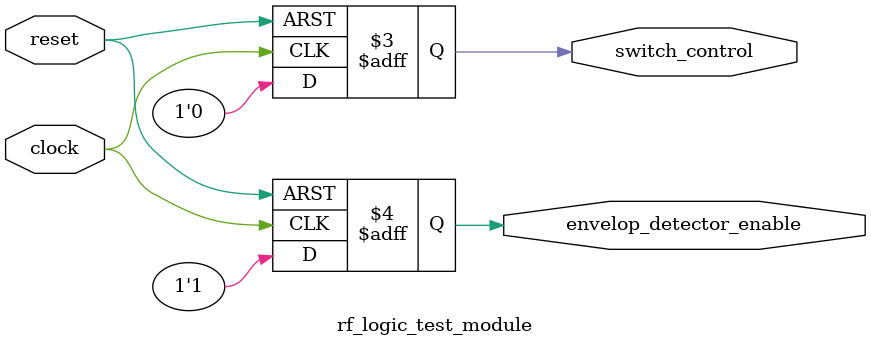
<source format=v>

module rf_logic_test_module( clock, reset, switch_control, envelop_detector_enable );
input clock, reset;
output reg switch_control;
output reg envelop_detector_enable;

always @(posedge clock or negedge reset)
begin
    if (!reset)
    begin
        switch_control <= 0;
        envelop_detector_enable <= 0;
    end
    else
    begin
        switch_control <= 0;
        envelop_detector_enable <= 1;
    end
end

endmodule


</source>
